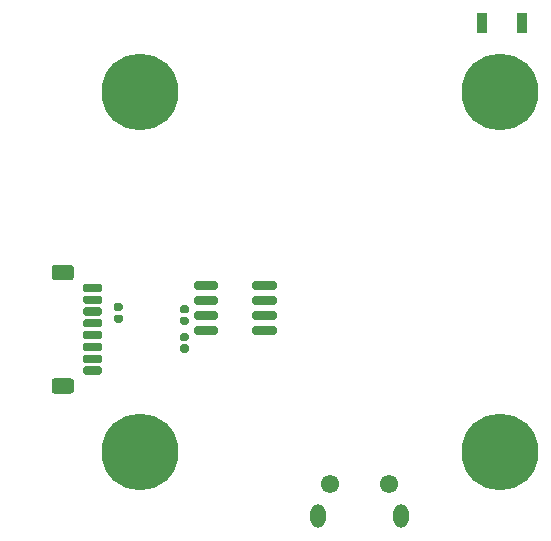
<source format=gbr>
%TF.GenerationSoftware,KiCad,Pcbnew,(5.1.6-0-10_14)*%
%TF.CreationDate,2020-11-09T20:44:41+11:00*%
%TF.ProjectId,spartan_mk1,73706172-7461-46e5-9f6d-6b312e6b6963,rev?*%
%TF.SameCoordinates,Original*%
%TF.FileFunction,Soldermask,Bot*%
%TF.FilePolarity,Negative*%
%FSLAX46Y46*%
G04 Gerber Fmt 4.6, Leading zero omitted, Abs format (unit mm)*
G04 Created by KiCad (PCBNEW (5.1.6-0-10_14)) date 2020-11-09 20:44:41*
%MOMM*%
%LPD*%
G01*
G04 APERTURE LIST*
%ADD10C,1.550000*%
%ADD11O,1.300000X2.000000*%
%ADD12C,6.500000*%
%ADD13C,0.900000*%
%ADD14R,0.900000X1.800000*%
G04 APERTURE END LIST*
D10*
%TO.C,J1*%
X76100000Y-93237500D03*
X81100000Y-93237500D03*
D11*
X75100000Y-95937500D03*
X82100000Y-95937500D03*
%TD*%
%TO.C,R16*%
G36*
G01*
X58397500Y-78575000D02*
X58002500Y-78575000D01*
G75*
G02*
X57830000Y-78402500I0J172500D01*
G01*
X57830000Y-78057500D01*
G75*
G02*
X58002500Y-77885000I172500J0D01*
G01*
X58397500Y-77885000D01*
G75*
G02*
X58570000Y-78057500I0J-172500D01*
G01*
X58570000Y-78402500D01*
G75*
G02*
X58397500Y-78575000I-172500J0D01*
G01*
G37*
G36*
G01*
X58397500Y-79545000D02*
X58002500Y-79545000D01*
G75*
G02*
X57830000Y-79372500I0J172500D01*
G01*
X57830000Y-79027500D01*
G75*
G02*
X58002500Y-78855000I172500J0D01*
G01*
X58397500Y-78855000D01*
G75*
G02*
X58570000Y-79027500I0J-172500D01*
G01*
X58570000Y-79372500D01*
G75*
G02*
X58397500Y-79545000I-172500J0D01*
G01*
G37*
%TD*%
D12*
%TO.C,H3*%
X90500000Y-60000000D03*
D13*
X92900000Y-60000000D03*
X92197056Y-61697056D03*
X90500000Y-62400000D03*
X88802944Y-61697056D03*
X88100000Y-60000000D03*
X88802944Y-58302944D03*
X90500000Y-57600000D03*
X92197056Y-58302944D03*
%TD*%
D12*
%TO.C,H1*%
X90500000Y-90500000D03*
D13*
X92900000Y-90500000D03*
X92197056Y-92197056D03*
X90500000Y-92900000D03*
X88802944Y-92197056D03*
X88100000Y-90500000D03*
X88802944Y-88802944D03*
X90500000Y-88100000D03*
X92197056Y-88802944D03*
%TD*%
%TO.C,H2*%
X61697056Y-88802944D03*
X60000000Y-88100000D03*
X58302944Y-88802944D03*
X57600000Y-90500000D03*
X58302944Y-92197056D03*
X60000000Y-92900000D03*
X61697056Y-92197056D03*
X62400000Y-90500000D03*
D12*
X60000000Y-90500000D03*
%TD*%
D13*
%TO.C,H4*%
X61697056Y-58302944D03*
X60000000Y-57600000D03*
X58302944Y-58302944D03*
X57600000Y-60000000D03*
X58302944Y-61697056D03*
X60000000Y-62400000D03*
X61697056Y-61697056D03*
X62400000Y-60000000D03*
D12*
X60000000Y-60000000D03*
%TD*%
%TO.C,J18*%
G36*
G01*
X55375000Y-76250000D02*
X56675000Y-76250000D01*
G75*
G02*
X56850000Y-76425000I0J-175000D01*
G01*
X56850000Y-76775000D01*
G75*
G02*
X56675000Y-76950000I-175000J0D01*
G01*
X55375000Y-76950000D01*
G75*
G02*
X55200000Y-76775000I0J175000D01*
G01*
X55200000Y-76425000D01*
G75*
G02*
X55375000Y-76250000I175000J0D01*
G01*
G37*
G36*
G01*
X55375000Y-77250000D02*
X56675000Y-77250000D01*
G75*
G02*
X56850000Y-77425000I0J-175000D01*
G01*
X56850000Y-77775000D01*
G75*
G02*
X56675000Y-77950000I-175000J0D01*
G01*
X55375000Y-77950000D01*
G75*
G02*
X55200000Y-77775000I0J175000D01*
G01*
X55200000Y-77425000D01*
G75*
G02*
X55375000Y-77250000I175000J0D01*
G01*
G37*
G36*
G01*
X55375000Y-78250000D02*
X56675000Y-78250000D01*
G75*
G02*
X56850000Y-78425000I0J-175000D01*
G01*
X56850000Y-78775000D01*
G75*
G02*
X56675000Y-78950000I-175000J0D01*
G01*
X55375000Y-78950000D01*
G75*
G02*
X55200000Y-78775000I0J175000D01*
G01*
X55200000Y-78425000D01*
G75*
G02*
X55375000Y-78250000I175000J0D01*
G01*
G37*
G36*
G01*
X55375000Y-79250000D02*
X56675000Y-79250000D01*
G75*
G02*
X56850000Y-79425000I0J-175000D01*
G01*
X56850000Y-79775000D01*
G75*
G02*
X56675000Y-79950000I-175000J0D01*
G01*
X55375000Y-79950000D01*
G75*
G02*
X55200000Y-79775000I0J175000D01*
G01*
X55200000Y-79425000D01*
G75*
G02*
X55375000Y-79250000I175000J0D01*
G01*
G37*
G36*
G01*
X55375000Y-80250000D02*
X56675000Y-80250000D01*
G75*
G02*
X56850000Y-80425000I0J-175000D01*
G01*
X56850000Y-80775000D01*
G75*
G02*
X56675000Y-80950000I-175000J0D01*
G01*
X55375000Y-80950000D01*
G75*
G02*
X55200000Y-80775000I0J175000D01*
G01*
X55200000Y-80425000D01*
G75*
G02*
X55375000Y-80250000I175000J0D01*
G01*
G37*
G36*
G01*
X55375000Y-81250000D02*
X56675000Y-81250000D01*
G75*
G02*
X56850000Y-81425000I0J-175000D01*
G01*
X56850000Y-81775000D01*
G75*
G02*
X56675000Y-81950000I-175000J0D01*
G01*
X55375000Y-81950000D01*
G75*
G02*
X55200000Y-81775000I0J175000D01*
G01*
X55200000Y-81425000D01*
G75*
G02*
X55375000Y-81250000I175000J0D01*
G01*
G37*
G36*
G01*
X55375000Y-82250000D02*
X56675000Y-82250000D01*
G75*
G02*
X56850000Y-82425000I0J-175000D01*
G01*
X56850000Y-82775000D01*
G75*
G02*
X56675000Y-82950000I-175000J0D01*
G01*
X55375000Y-82950000D01*
G75*
G02*
X55200000Y-82775000I0J175000D01*
G01*
X55200000Y-82425000D01*
G75*
G02*
X55375000Y-82250000I175000J0D01*
G01*
G37*
G36*
G01*
X55375000Y-83250000D02*
X56675000Y-83250000D01*
G75*
G02*
X56850000Y-83425000I0J-175000D01*
G01*
X56850000Y-83775000D01*
G75*
G02*
X56675000Y-83950000I-175000J0D01*
G01*
X55375000Y-83950000D01*
G75*
G02*
X55200000Y-83775000I0J175000D01*
G01*
X55200000Y-83425000D01*
G75*
G02*
X55375000Y-83250000I175000J0D01*
G01*
G37*
G36*
G01*
X52820832Y-74650000D02*
X54179168Y-74650000D01*
G75*
G02*
X54450000Y-74920832I0J-270832D01*
G01*
X54450000Y-75679168D01*
G75*
G02*
X54179168Y-75950000I-270832J0D01*
G01*
X52820832Y-75950000D01*
G75*
G02*
X52550000Y-75679168I0J270832D01*
G01*
X52550000Y-74920832D01*
G75*
G02*
X52820832Y-74650000I270832J0D01*
G01*
G37*
G36*
G01*
X52820832Y-84250000D02*
X54179168Y-84250000D01*
G75*
G02*
X54450000Y-84520832I0J-270832D01*
G01*
X54450000Y-85279168D01*
G75*
G02*
X54179168Y-85550000I-270832J0D01*
G01*
X52820832Y-85550000D01*
G75*
G02*
X52550000Y-85279168I0J270832D01*
G01*
X52550000Y-84520832D01*
G75*
G02*
X52820832Y-84250000I270832J0D01*
G01*
G37*
%TD*%
%TO.C,R3*%
G36*
G01*
X63602500Y-81390000D02*
X63997500Y-81390000D01*
G75*
G02*
X64170000Y-81562500I0J-172500D01*
G01*
X64170000Y-81907500D01*
G75*
G02*
X63997500Y-82080000I-172500J0D01*
G01*
X63602500Y-82080000D01*
G75*
G02*
X63430000Y-81907500I0J172500D01*
G01*
X63430000Y-81562500D01*
G75*
G02*
X63602500Y-81390000I172500J0D01*
G01*
G37*
G36*
G01*
X63602500Y-80420000D02*
X63997500Y-80420000D01*
G75*
G02*
X64170000Y-80592500I0J-172500D01*
G01*
X64170000Y-80937500D01*
G75*
G02*
X63997500Y-81110000I-172500J0D01*
G01*
X63602500Y-81110000D01*
G75*
G02*
X63430000Y-80937500I0J172500D01*
G01*
X63430000Y-80592500D01*
G75*
G02*
X63602500Y-80420000I172500J0D01*
G01*
G37*
%TD*%
%TO.C,R4*%
G36*
G01*
X63997500Y-79730000D02*
X63602500Y-79730000D01*
G75*
G02*
X63430000Y-79557500I0J172500D01*
G01*
X63430000Y-79212500D01*
G75*
G02*
X63602500Y-79040000I172500J0D01*
G01*
X63997500Y-79040000D01*
G75*
G02*
X64170000Y-79212500I0J-172500D01*
G01*
X64170000Y-79557500D01*
G75*
G02*
X63997500Y-79730000I-172500J0D01*
G01*
G37*
G36*
G01*
X63997500Y-78760000D02*
X63602500Y-78760000D01*
G75*
G02*
X63430000Y-78587500I0J172500D01*
G01*
X63430000Y-78242500D01*
G75*
G02*
X63602500Y-78070000I172500J0D01*
G01*
X63997500Y-78070000D01*
G75*
G02*
X64170000Y-78242500I0J-172500D01*
G01*
X64170000Y-78587500D01*
G75*
G02*
X63997500Y-78760000I-172500J0D01*
G01*
G37*
%TD*%
%TO.C,U2*%
G36*
G01*
X71600000Y-76220000D02*
X71600000Y-76570000D01*
G75*
G02*
X71425000Y-76745000I-175000J0D01*
G01*
X69725000Y-76745000D01*
G75*
G02*
X69550000Y-76570000I0J175000D01*
G01*
X69550000Y-76220000D01*
G75*
G02*
X69725000Y-76045000I175000J0D01*
G01*
X71425000Y-76045000D01*
G75*
G02*
X71600000Y-76220000I0J-175000D01*
G01*
G37*
G36*
G01*
X71600000Y-77490000D02*
X71600000Y-77840000D01*
G75*
G02*
X71425000Y-78015000I-175000J0D01*
G01*
X69725000Y-78015000D01*
G75*
G02*
X69550000Y-77840000I0J175000D01*
G01*
X69550000Y-77490000D01*
G75*
G02*
X69725000Y-77315000I175000J0D01*
G01*
X71425000Y-77315000D01*
G75*
G02*
X71600000Y-77490000I0J-175000D01*
G01*
G37*
G36*
G01*
X71600000Y-78760000D02*
X71600000Y-79110000D01*
G75*
G02*
X71425000Y-79285000I-175000J0D01*
G01*
X69725000Y-79285000D01*
G75*
G02*
X69550000Y-79110000I0J175000D01*
G01*
X69550000Y-78760000D01*
G75*
G02*
X69725000Y-78585000I175000J0D01*
G01*
X71425000Y-78585000D01*
G75*
G02*
X71600000Y-78760000I0J-175000D01*
G01*
G37*
G36*
G01*
X71600000Y-80030000D02*
X71600000Y-80380000D01*
G75*
G02*
X71425000Y-80555000I-175000J0D01*
G01*
X69725000Y-80555000D01*
G75*
G02*
X69550000Y-80380000I0J175000D01*
G01*
X69550000Y-80030000D01*
G75*
G02*
X69725000Y-79855000I175000J0D01*
G01*
X71425000Y-79855000D01*
G75*
G02*
X71600000Y-80030000I0J-175000D01*
G01*
G37*
G36*
G01*
X66650000Y-80030000D02*
X66650000Y-80380000D01*
G75*
G02*
X66475000Y-80555000I-175000J0D01*
G01*
X64775000Y-80555000D01*
G75*
G02*
X64600000Y-80380000I0J175000D01*
G01*
X64600000Y-80030000D01*
G75*
G02*
X64775000Y-79855000I175000J0D01*
G01*
X66475000Y-79855000D01*
G75*
G02*
X66650000Y-80030000I0J-175000D01*
G01*
G37*
G36*
G01*
X66650000Y-78760000D02*
X66650000Y-79110000D01*
G75*
G02*
X66475000Y-79285000I-175000J0D01*
G01*
X64775000Y-79285000D01*
G75*
G02*
X64600000Y-79110000I0J175000D01*
G01*
X64600000Y-78760000D01*
G75*
G02*
X64775000Y-78585000I175000J0D01*
G01*
X66475000Y-78585000D01*
G75*
G02*
X66650000Y-78760000I0J-175000D01*
G01*
G37*
G36*
G01*
X66650000Y-77490000D02*
X66650000Y-77840000D01*
G75*
G02*
X66475000Y-78015000I-175000J0D01*
G01*
X64775000Y-78015000D01*
G75*
G02*
X64600000Y-77840000I0J175000D01*
G01*
X64600000Y-77490000D01*
G75*
G02*
X64775000Y-77315000I175000J0D01*
G01*
X66475000Y-77315000D01*
G75*
G02*
X66650000Y-77490000I0J-175000D01*
G01*
G37*
G36*
G01*
X66650000Y-76220000D02*
X66650000Y-76570000D01*
G75*
G02*
X66475000Y-76745000I-175000J0D01*
G01*
X64775000Y-76745000D01*
G75*
G02*
X64600000Y-76570000I0J175000D01*
G01*
X64600000Y-76220000D01*
G75*
G02*
X64775000Y-76045000I175000J0D01*
G01*
X66475000Y-76045000D01*
G75*
G02*
X66650000Y-76220000I0J-175000D01*
G01*
G37*
%TD*%
D14*
%TO.C,SW1*%
X92400000Y-54200000D03*
X89000000Y-54200000D03*
%TD*%
M02*

</source>
